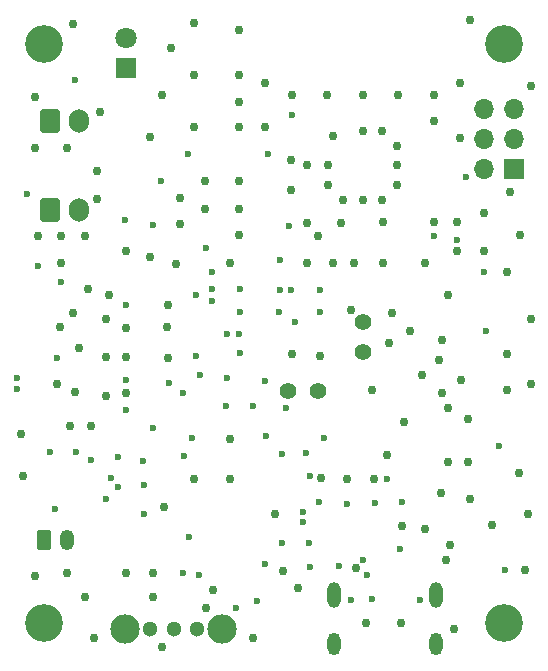
<source format=gbr>
%TF.GenerationSoftware,KiCad,Pcbnew,7.0.5*%
%TF.CreationDate,2024-05-30T23:49:04+02:00*%
%TF.ProjectId,Acoustifly,41636f75-7374-4696-966c-792e6b696361,rev?*%
%TF.SameCoordinates,Original*%
%TF.FileFunction,Soldermask,Bot*%
%TF.FilePolarity,Negative*%
%FSLAX46Y46*%
G04 Gerber Fmt 4.6, Leading zero omitted, Abs format (unit mm)*
G04 Created by KiCad (PCBNEW 7.0.5) date 2024-05-30 23:49:04*
%MOMM*%
%LPD*%
G01*
G04 APERTURE LIST*
G04 Aperture macros list*
%AMRoundRect*
0 Rectangle with rounded corners*
0 $1 Rounding radius*
0 $2 $3 $4 $5 $6 $7 $8 $9 X,Y pos of 4 corners*
0 Add a 4 corners polygon primitive as box body*
4,1,4,$2,$3,$4,$5,$6,$7,$8,$9,$2,$3,0*
0 Add four circle primitives for the rounded corners*
1,1,$1+$1,$2,$3*
1,1,$1+$1,$4,$5*
1,1,$1+$1,$6,$7*
1,1,$1+$1,$8,$9*
0 Add four rect primitives between the rounded corners*
20,1,$1+$1,$2,$3,$4,$5,0*
20,1,$1+$1,$4,$5,$6,$7,0*
20,1,$1+$1,$6,$7,$8,$9,0*
20,1,$1+$1,$8,$9,$2,$3,0*%
G04 Aperture macros list end*
%ADD10C,1.400000*%
%ADD11C,3.200000*%
%ADD12RoundRect,0.250000X-0.600000X-0.750000X0.600000X-0.750000X0.600000X0.750000X-0.600000X0.750000X0*%
%ADD13O,1.700000X2.000000*%
%ADD14RoundRect,0.250000X-0.350000X-0.625000X0.350000X-0.625000X0.350000X0.625000X-0.350000X0.625000X0*%
%ADD15O,1.200000X1.750000*%
%ADD16R,1.700000X1.700000*%
%ADD17O,1.700000X1.700000*%
%ADD18C,0.600000*%
%ADD19O,1.104000X2.204000*%
%ADD20O,1.104000X1.904000*%
%ADD21C,1.300000*%
%ADD22C,2.483000*%
%ADD23R,1.800000X1.800000*%
%ADD24C,1.800000*%
%ADD25C,0.756400*%
G04 APERTURE END LIST*
D10*
%TO.C,TP1*%
X30100000Y26060000D03*
X30100000Y28600000D03*
%TD*%
D11*
%TO.C,H4*%
X42100000Y3100000D03*
%TD*%
D10*
%TO.C,TP2*%
X26300000Y22750000D03*
X23760000Y22750000D03*
%TD*%
D12*
%TO.C,X2*%
X3600000Y45600000D03*
D13*
X6100000Y45600000D03*
%TD*%
D14*
%TO.C,X1*%
X3100000Y10150000D03*
D15*
X5100000Y10150000D03*
%TD*%
D11*
%TO.C,H3*%
X3100000Y3100000D03*
%TD*%
D16*
%TO.C,J2*%
X42875000Y41575000D03*
D17*
X40335000Y41575000D03*
X42875000Y44115000D03*
X40335000Y44115000D03*
X42875000Y46655000D03*
X40335000Y46655000D03*
%TD*%
D11*
%TO.C,H2*%
X3100000Y52100000D03*
%TD*%
D18*
%TO.C,J3*%
X29135000Y5030000D03*
X34915000Y5030000D03*
D19*
X27700000Y5520000D03*
X36350000Y5520000D03*
D20*
X27700000Y1350000D03*
X36350000Y1350000D03*
%TD*%
D12*
%TO.C,X4*%
X3600000Y38100000D03*
D13*
X6100000Y38100000D03*
%TD*%
D21*
%TO.C,S1*%
X12100000Y2600000D03*
X14100000Y2600000D03*
X16100000Y2600000D03*
D22*
X10000000Y2600000D03*
X18200000Y2600000D03*
%TD*%
D23*
%TO.C,D1*%
X10100000Y50075000D03*
D24*
X10100000Y52615000D03*
%TD*%
D11*
%TO.C,H1*%
X42100000Y52100000D03*
%TD*%
D18*
X18600032Y27550000D03*
D25*
X14300000Y33519900D03*
X25357600Y33600000D03*
X18900000Y15300000D03*
X37456848Y9693100D03*
X27100000Y47850000D03*
X31850000Y37100000D03*
D18*
X23050000Y29450000D03*
X23250000Y9850000D03*
D25*
X10100000Y7350000D03*
X39200000Y13600000D03*
D18*
X21151521Y5012655D03*
D25*
X30100000Y47850000D03*
D18*
X15350000Y42850000D03*
D25*
X34100000Y27850000D03*
X25400000Y37000000D03*
X43850000Y7600000D03*
X8350000Y25600000D03*
D18*
X4600000Y31950000D03*
D25*
X8350000Y28850000D03*
X13300000Y12950000D03*
D18*
X30500000Y7170600D03*
D25*
X18850000Y33600000D03*
D18*
X7100000Y16900000D03*
D25*
X15850000Y15300000D03*
X12350000Y5350000D03*
X5350000Y19800000D03*
D18*
X41600000Y18100000D03*
D25*
X35100000Y24100000D03*
X39050000Y20350000D03*
X38100000Y37100000D03*
X28450000Y38950000D03*
X28800000Y15300000D03*
X33350000Y3100000D03*
X24000000Y42300000D03*
X39150000Y54150000D03*
X30350000Y3100000D03*
D18*
X4050000Y12750000D03*
X11600000Y14750000D03*
D25*
X12350000Y7350000D03*
X36750000Y14150000D03*
X31750000Y44750000D03*
D18*
X26850000Y18800000D03*
D25*
X25400000Y41850000D03*
X38350000Y44200000D03*
X13650000Y30050000D03*
X27200000Y40200000D03*
X7850000Y46350000D03*
D18*
X14850000Y7350000D03*
D25*
X8350000Y22350000D03*
D18*
X12350000Y19600000D03*
D25*
X43350000Y15850000D03*
X23368794Y7538806D03*
X37150000Y8400000D03*
X14600000Y39100000D03*
X6850000Y31350000D03*
X37300000Y21350000D03*
X26600000Y15400000D03*
D18*
X9350000Y17200000D03*
D25*
X36100000Y45600002D03*
D18*
X21900000Y18950000D03*
D25*
X24100000Y47850000D03*
X15850000Y53900000D03*
X36850000Y22600000D03*
D18*
X13700000Y23450000D03*
D25*
X19600000Y47225000D03*
X10050000Y28100000D03*
D18*
X19750000Y25950000D03*
X12350000Y36800000D03*
D25*
X10050000Y22600000D03*
X37350000Y30850000D03*
D18*
X31150000Y13300000D03*
D25*
X16750000Y40500000D03*
X32350000Y26850000D03*
X19600000Y45100000D03*
X6600000Y5350000D03*
D18*
X23600000Y21350000D03*
D25*
X6100000Y26350000D03*
X6600000Y35850000D03*
X14600000Y36850000D03*
D18*
X1700000Y39400000D03*
D25*
X5100000Y43350000D03*
X24600000Y6100000D03*
X38350000Y48850000D03*
X32600000Y29350000D03*
X27600000Y33600000D03*
D18*
X17350000Y31350000D03*
X19750000Y31350000D03*
X18600000Y23850000D03*
X11500000Y16800000D03*
X16200000Y7200000D03*
D25*
X43450000Y35950000D03*
X12100000Y34100000D03*
D18*
X24050000Y31300000D03*
D25*
X39050000Y16750000D03*
X4600000Y33600000D03*
D18*
X19600000Y27600000D03*
X38850000Y40850000D03*
D25*
X1200000Y19100000D03*
X40350000Y34600000D03*
D18*
X22050000Y42850000D03*
D25*
X32150000Y17350000D03*
D18*
X9950000Y37250000D03*
X16350000Y24100000D03*
D25*
X31750000Y38900000D03*
D18*
X26400000Y13350000D03*
D25*
X4181752Y23338260D03*
D18*
X26450000Y29400000D03*
X14850000Y22600000D03*
D25*
X7600000Y41350000D03*
D18*
X15950000Y30850000D03*
X23248600Y17406708D03*
D25*
X2350000Y43350000D03*
X33000000Y40200000D03*
D18*
X5850000Y17550000D03*
D25*
X15850000Y45100000D03*
D18*
X21850000Y8100000D03*
D25*
X27600000Y44350000D03*
X16850000Y4350000D03*
X31050000Y15300000D03*
D18*
X28100000Y7950000D03*
D25*
X33000000Y43500000D03*
X21800000Y48850000D03*
X22650000Y12350000D03*
D18*
X15950000Y25700000D03*
D25*
X29350000Y33600000D03*
D18*
X11600000Y12350000D03*
D25*
X13600000Y25550000D03*
X1300000Y15550000D03*
X19600000Y49500000D03*
X35400000Y11100000D03*
X19600000Y38200000D03*
D18*
X13050000Y40500000D03*
D25*
X8600000Y30850000D03*
X5550000Y53800000D03*
D18*
X30100000Y8400000D03*
X3600000Y17550000D03*
D25*
X26350000Y35850000D03*
X21800000Y45100000D03*
X12100000Y44250000D03*
X13100000Y1100000D03*
X13500000Y28150000D03*
X24000000Y39750000D03*
X37300000Y16750000D03*
X38100000Y34600000D03*
X2350000Y7100000D03*
D18*
X16850000Y34850000D03*
X4200000Y25550000D03*
D25*
X30100000Y38950000D03*
X28250000Y37000000D03*
D18*
X33250000Y9350000D03*
D25*
X16750000Y38150000D03*
X44350000Y28850000D03*
D18*
X28750000Y13200000D03*
D25*
X2600000Y35850000D03*
D18*
X15400000Y10400000D03*
D25*
X33000000Y41850000D03*
X42350000Y32850000D03*
X2350000Y47650000D03*
X18900000Y18650000D03*
D18*
X25300000Y17500000D03*
X18550000Y21450000D03*
D25*
X36600000Y25350000D03*
D18*
X20842500Y21450000D03*
D25*
X10100000Y34600000D03*
X20850000Y1850000D03*
X42350000Y25850000D03*
D18*
X21850000Y23600000D03*
D25*
X13900000Y51750000D03*
X31850000Y33600000D03*
X4600000Y35850000D03*
X36100000Y37100000D03*
X38400000Y23650000D03*
X35350000Y33600000D03*
X7600000Y39000000D03*
X42350000Y22850000D03*
X5750000Y22650000D03*
X19600000Y35950000D03*
X4450000Y28150000D03*
X29100000Y29600000D03*
X36850000Y27100000D03*
X19600000Y53350000D03*
X42600000Y39600000D03*
D18*
X26450000Y31300000D03*
X17350000Y32850000D03*
D25*
X13100000Y47850000D03*
X26500000Y25750000D03*
X36100000Y47850000D03*
X40350000Y37850000D03*
X17400000Y5900000D03*
X27200000Y41850000D03*
X37850000Y2600000D03*
X19600000Y40500000D03*
D18*
X15000000Y17250000D03*
D25*
X33100000Y47850000D03*
X33400000Y11350000D03*
D18*
X33450000Y13350000D03*
D25*
X15850000Y49500000D03*
X24100000Y25850000D03*
X44350000Y48600000D03*
X44350000Y23350000D03*
X44100000Y12350000D03*
D18*
X5750000Y49100000D03*
D25*
X30850000Y22850000D03*
X5600000Y29350000D03*
D18*
X23100000Y33850000D03*
D25*
X41050000Y11400000D03*
D18*
X15650000Y18750000D03*
X8750000Y15350000D03*
D25*
X10050000Y25600000D03*
X33600000Y20100000D03*
X5100000Y7350000D03*
X7350000Y1850000D03*
D18*
X25050000Y11700000D03*
X19350000Y4350000D03*
X800000Y22950000D03*
X40500000Y27850000D03*
D25*
X7100000Y19750000D03*
D18*
X19750000Y29400000D03*
D25*
X30100000Y44750000D03*
X29550000Y7750000D03*
D18*
X32150000Y15300000D03*
X25020600Y12521563D03*
X25649949Y7849999D03*
X25584778Y9865288D03*
X10100000Y30025000D03*
X10100000Y23675000D03*
X850000Y23850000D03*
X36100000Y35850000D03*
X38050000Y35550000D03*
X8349971Y13600029D03*
X40350000Y32849988D03*
X24100000Y46100000D03*
X24350006Y28600000D03*
X25650000Y15550000D03*
X23900000Y36749994D03*
X23100000Y31298100D03*
X42149970Y7600000D03*
X30884762Y5134762D03*
X2600000Y33350000D03*
X10100000Y21100000D03*
X17350000Y30350000D03*
X9350000Y14600000D03*
M02*

</source>
